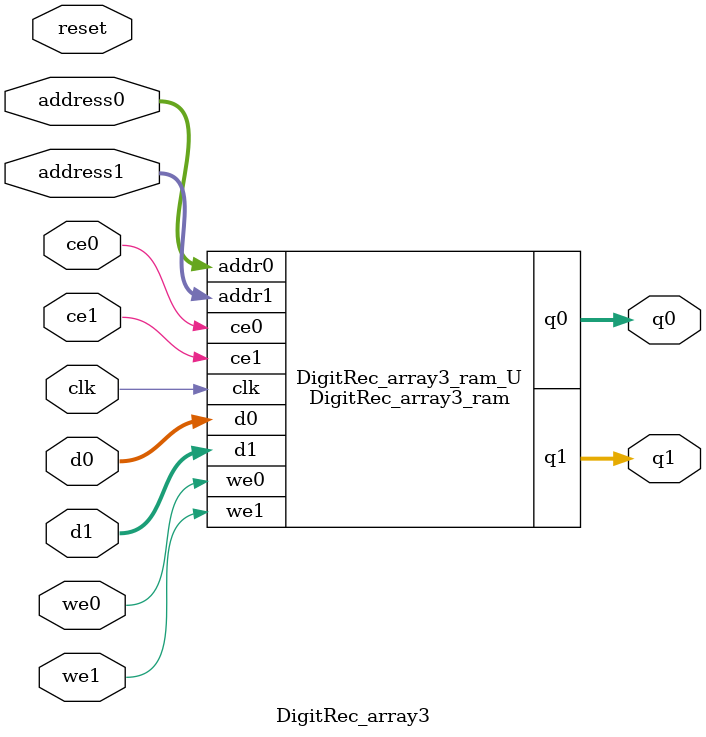
<source format=v>
`timescale 1 ns / 1 ps
module DigitRec_array3_ram (addr0, ce0, d0, we0, q0, addr1, ce1, d1, we1, q1,  clk);

parameter DWIDTH = 32;
parameter AWIDTH = 4;
parameter MEM_SIZE = 16;

input[AWIDTH-1:0] addr0;
input ce0;
input[DWIDTH-1:0] d0;
input we0;
output reg[DWIDTH-1:0] q0;
input[AWIDTH-1:0] addr1;
input ce1;
input[DWIDTH-1:0] d1;
input we1;
output reg[DWIDTH-1:0] q1;
input clk;

(* ram_style = "block" *)reg [DWIDTH-1:0] ram[0:MEM_SIZE-1];




always @(posedge clk)  
begin 
    if (ce0) 
    begin
        if (we0) 
        begin 
            ram[addr0] <= d0; 
        end 
        q0 <= ram[addr0];
    end
end


always @(posedge clk)  
begin 
    if (ce1) 
    begin
        if (we1) 
        begin 
            ram[addr1] <= d1; 
        end 
        q1 <= ram[addr1];
    end
end


endmodule

`timescale 1 ns / 1 ps
module DigitRec_array3(
    reset,
    clk,
    address0,
    ce0,
    we0,
    d0,
    q0,
    address1,
    ce1,
    we1,
    d1,
    q1);

parameter DataWidth = 32'd32;
parameter AddressRange = 32'd16;
parameter AddressWidth = 32'd4;
input reset;
input clk;
input[AddressWidth - 1:0] address0;
input ce0;
input we0;
input[DataWidth - 1:0] d0;
output[DataWidth - 1:0] q0;
input[AddressWidth - 1:0] address1;
input ce1;
input we1;
input[DataWidth - 1:0] d1;
output[DataWidth - 1:0] q1;



DigitRec_array3_ram DigitRec_array3_ram_U(
    .clk( clk ),
    .addr0( address0 ),
    .ce0( ce0 ),
    .we0( we0 ),
    .d0( d0 ),
    .q0( q0 ),
    .addr1( address1 ),
    .ce1( ce1 ),
    .we1( we1 ),
    .d1( d1 ),
    .q1( q1 ));

endmodule


</source>
